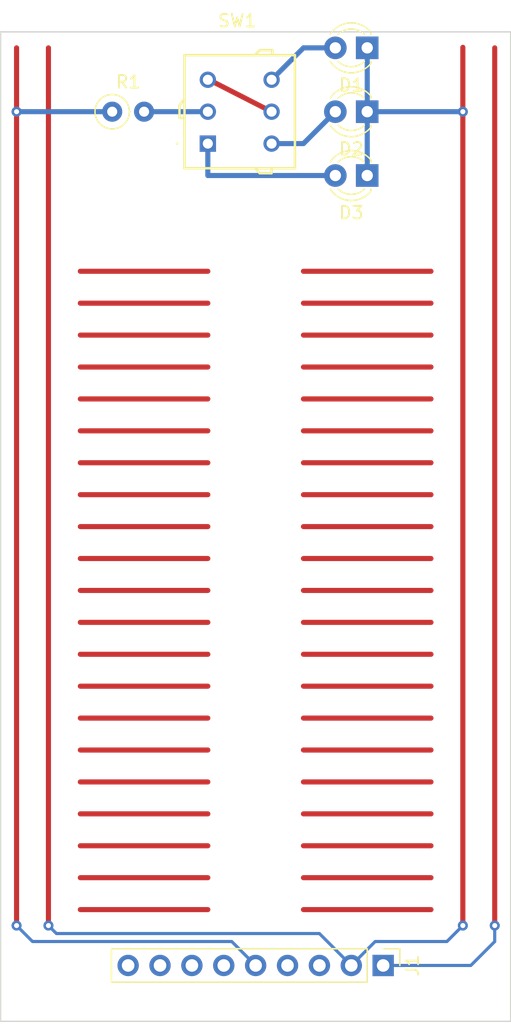
<source format=kicad_pcb>
(kicad_pcb (version 20221018) (generator pcbnew)
  (title_block (title "Eurorack ProtoModule") (date "2021-10-06") (rev "1.0") (company "Len Popp") (comment 1 "Copyright © 2023 Len Popp CC BY") (comment 2 "Layout design for my custom Eurorack breadboard prototyping module"))
  (layers (0 "F.Cu" signal) (1 "In1.Cu" jumper "Wire1.Cu") (2 "In2.Cu" jumper "Wire2.Cu") (3 "In3.Cu" jumper "Wire3.Cu") (4 "In4.Cu" jumper "Wire4.Cu") (31 "B.Cu" signal) (34 "B.Paste" user) (35 "F.Paste" user) (36 "B.SilkS" user "B.Silkscreen") (37 "F.SilkS" user "F.Silkscreen") (38 "B.Mask" user) (39 "F.Mask" user) (44 "Edge.Cuts" user))
  (net 0 "")
  (net 1 "+12V")
  (net 2 "GND")
  (net 3 "-12V")
  (net 4 "+5V")
  (net 5 "Net-(D1-A)")
  (net 6 "Net-(D2-A)")
  (net 7 "Net-(D3-A)")
  (net 9 "Net-(R1-Pad2)")
  (footprint "Connector_PinHeader_2.54mm:PinHeader_1x09_P2.54mm_Vertical" (layer "F.Cu") (at 113.03 98.425 -90)
    (fp_text reference "J1" (at 0 -2.33 90) (layer "F.SilkS"))
    (fp_text value "Conn_01x09")
    (fp_line (start -1.33 -1.33) (end 0 -1.33) (stroke (width 0.12)) (layer "F.SilkS"))
    (fp_line (start -1.33 0) (end -1.33 -1.33) (stroke (width 0.12)) (layer "F.SilkS"))
    (fp_line (start -1.33 1.27) (end -1.33 21.65) (stroke (width 0.12)) (layer "F.SilkS"))
    (fp_line (start -1.33 1.27) (end 1.33 1.27) (stroke (width 0.12)) (layer "F.SilkS"))
    (fp_line (start -1.33 21.65) (end 1.33 21.65) (stroke (width 0.12)) (layer "F.SilkS"))
    (fp_line (start 1.33 1.27) (end 1.33 21.65) (stroke (width 0.12)) (layer "F.SilkS"))
    (pad "1" thru_hole rect (at 0 0 270) (size 1.7 1.7) (drill 1) (layers "*.Cu" "*.Mask") (net 3 "-12V"))
    (pad "2" thru_hole oval (at 0 2.54 270) (size 1.7 1.7) (drill 1) (layers "*.Cu" "*.Mask") (net 2 "GND"))
    (pad "3" thru_hole oval (at 0 5.08 270) (size 1.7 1.7) (drill 1) (layers "*.Cu" "*.Mask"))
    (pad "4" thru_hole oval (at 0 7.62 270) (size 1.7 1.7) (drill 1) (layers "*.Cu" "*.Mask"))
    (pad "5" thru_hole oval (at 0 10.16 270) (size 1.7 1.7) (drill 1) (layers "*.Cu" "*.Mask") (net 1 "+12V"))
    (pad "6" thru_hole oval (at 0 12.7 270) (size 1.7 1.7) (drill 1) (layers "*.Cu" "*.Mask"))
    (pad "7" thru_hole oval (at 0 15.24 270) (size 1.7 1.7) (drill 1) (layers "*.Cu" "*.Mask") (net 4 "+5V"))
    (pad "8" thru_hole oval (at 0 17.78 270) (size 1.7 1.7) (drill 1) (layers "*.Cu" "*.Mask"))
    (pad "9" thru_hole oval (at 0 20.32 270) (size 1.7 1.7) (drill 1) (layers "*.Cu" "*.Mask"))
  )
  (footprint "LED_THT:LED_D3.0mm_Clear" (layer "F.Cu") (at 111.76 35.56 180)
    (fp_text reference "D3" (at 1.27 -2.96) (layer "F.SilkS"))
    (fp_text value "LED")
    (fp_line (start -0.29 -1.236) (end -0.29 -1.08) (stroke (width 0.12)) (layer "F.SilkS"))
    (fp_line (start -0.29 1.08) (end -0.29 1.236) (stroke (width 0.12)) (layer "F.SilkS"))
    (fp_arc (start -0.29 -1.235516) (mid 1.366487 -1.987659) (end 2.942335 -1.078608) (stroke (width 0.12)) (layer "F.SilkS"))
    (fp_arc (start 0.229039 -1.08) (mid 1.270117 -1.5) (end 2.31113 -1.079837) (stroke (width 0.12)) (layer "F.SilkS"))
    (fp_arc (start 2.31113 1.079837) (mid 1.270117 1.5) (end 0.229039 1.08) (stroke (width 0.12)) (layer "F.SilkS"))
    (fp_arc (start 2.942335 1.078608) (mid 1.366487 1.987659) (end -0.29 1.235516) (stroke (width 0.12)) (layer "F.SilkS"))
    (pad "1" thru_hole rect (at 0 0 180) (size 1.8 1.8) (drill 0.9) (layers "*.Cu" "*.Mask") (net 2 "GND"))
    (pad "2" thru_hole circle (at 2.54 0 180) (size 1.8 1.8) (drill 0.9) (layers "*.Cu" "*.Mask") (net 7 "Net-(D3-A)"))
  )
  (footprint "LED_THT:LED_D3.0mm_Clear" (layer "F.Cu") (at 111.76 25.4 180)
    (fp_text reference "D1" (at 1.27 -2.96) (layer "F.SilkS"))
    (fp_text value "LED")
    (fp_line (start -0.29 -1.236) (end -0.29 -1.08) (stroke (width 0.12)) (layer "F.SilkS"))
    (fp_line (start -0.29 1.08) (end -0.29 1.236) (stroke (width 0.12)) (layer "F.SilkS"))
    (fp_arc (start -0.29 -1.235516) (mid 1.366487 -1.987659) (end 2.942335 -1.078608) (stroke (width 0.12)) (layer "F.SilkS"))
    (fp_arc (start 0.229039 -1.08) (mid 1.270117 -1.5) (end 2.31113 -1.079837) (stroke (width 0.12)) (layer "F.SilkS"))
    (fp_arc (start 2.31113 1.079837) (mid 1.270117 1.5) (end 0.229039 1.08) (stroke (width 0.12)) (layer "F.SilkS"))
    (fp_arc (start 2.942335 1.078608) (mid 1.366487 1.987659) (end -0.29 1.235516) (stroke (width 0.12)) (layer "F.SilkS"))
    (pad "1" thru_hole rect (at 0 0 180) (size 1.8 1.8) (drill 0.9) (layers "*.Cu" "*.Mask") (net 2 "GND"))
    (pad "2" thru_hole circle (at 2.54 0 180) (size 1.8 1.8) (drill 0.9) (layers "*.Cu" "*.Mask") (net 5 "Net-(D1-A)"))
  )
  (footprint "-lmp-stripboard:SB_Gen_1" (layer "F.Cu") (at 91.44 30.48)
    (fp_text reference "R1" (at 1.27 -2.37) (layer "F.SilkS"))
    (fp_text value "10K")
    (fp_line (start 1.37 0) (end 1.44 0) (stroke (width 0.12)) (layer "F.SilkS"))
    (fp_circle (center 0 0) (end 1.37 0) (stroke (width 0.12)) (fill none) (layer "F.SilkS"))
    (pad "1" thru_hole circle (at 0 0) (size 1.6 1.6) (drill 0.8) (layers "*.Cu" "*.Mask") (net 1 "+12V"))
    (pad "2" thru_hole oval (at 2.54 0) (size 1.6 1.6) (drill 0.8) (layers "*.Cu" "*.Mask") (net 9 "Net-(R1-Pad2)"))
  )
  (footprint "-lmp-misc:SW_SP3T_A24JP" (layer "F.Cu") (at 99.06 33.02 180)
    (fp_text reference "SW1" (at -2.34 9.779) (layer "F.SilkS"))
    (fp_text value "SP3T" hide)
    (fp_line (start -6.94 -1.96) (end 1.86 -1.96) (stroke (width 0.2)) (layer "F.SilkS"))
    (fp_line (start -6.94 7.04) (end -6.94 -1.96) (stroke (width 0.2)) (layer "F.SilkS"))
    (fp_line (start -5.14 7.04) (end -5.14 7.44) (stroke (width 0.2)) (layer "F.SilkS"))
    (fp_line (start -5.14 7.44) (end -4.14 7.44) (stroke (width 0.2)) (layer "F.SilkS"))
    (fp_line (start -5.08 -2.36) (end -4.14 -2.36) (stroke (width 0.2)) (layer "F.SilkS"))
    (fp_line (start -5.08 -1.96) (end -5.08 -2.36) (stroke (width 0.2)) (layer "F.SilkS"))
    (fp_line (start -4.14 -2.36) (end -3.74 -1.96) (stroke (width 0.2)) (layer "F.SilkS"))
    (fp_line (start -4.14 7.44) (end -3.74 7.04) (stroke (width 0.2)) (layer "F.SilkS"))
    (fp_line (start 1.86 -1.96) (end 1.86 7.04) (stroke (width 0.2)) (layer "F.SilkS"))
    (fp_line (start 1.86 2.04) (end 2.26 2.04) (stroke (width 0.2)) (layer "F.SilkS"))
    (fp_line (start 1.86 7.04) (end -6.94 7.04) (stroke (width 0.2)) (layer "F.SilkS"))
    (fp_line (start 2.26 2.04) (end 2.26 3.04) (stroke (width 0.2)) (layer "F.SilkS"))
    (fp_line (start 2.26 3.04) (end 1.86 3.54) (stroke (width 0.2)) (layer "F.SilkS"))
    (fp_line (start 2.4 0) (end 2.4 0) (stroke (width 0.1)) (layer "F.SilkS"))
    (fp_line (start 2.5 0) (end 2.5 0) (stroke (width 0.1)) (layer "F.SilkS"))
    (fp_arc (start 2.4 0) (mid 2.45 -0.05) (end 2.5 0) (stroke (width 0.1)) (layer "F.SilkS"))
    (fp_arc (start 2.5 0) (mid 2.45 0.05) (end 2.4 0) (stroke (width 0.1)) (layer "F.SilkS"))
    (pad "1" thru_hole rect (at 0 0 180) (size 1.3 1.3) (drill 0.8) (layers "*.Cu" "*.Mask") (net 7 "Net-(D3-A)"))
    (pad "2" thru_hole circle (at 0 2.54 180) (size 1.3 1.3) (drill 0.8) (layers "*.Cu" "*.Mask") (net 9 "Net-(R1-Pad2)"))
    (pad "3" thru_hole circle (at -5.08 2.54 180) (size 1.3 1.3) (drill 0.8) (property pad_prop_heatsink) (layers "*.Cu" "*.Mask"))
    (pad "3" smd custom (at -2.1082 3.8354 153) (size 4.572 0.4064) (drill (offset -0.4064 0.19525)) (property pad_prop_heatsink) (layers "F.Cu") (options (clearance outline) (anchor rect)) (primitives))
    (pad "3" thru_hole circle (at 0 5.08 180) (size 1.3 1.3) (drill 0.8) (property pad_prop_heatsink) (layers "*.Cu" "*.Mask"))
    (pad "4" thru_hole circle (at -5.08 0 180) (size 1.3 1.3) (drill 0.8) (layers "*.Cu" "*.Mask") (net 6 "Net-(D2-A)"))
    (pad "6" thru_hole circle (at -5.08 5.08 180) (size 1.3 1.3) (drill 0.8) (layers "*.Cu" "*.Mask") (net 5 "Net-(D1-A)"))
  )
  (footprint "LED_THT:LED_D3.0mm_Clear" (layer "F.Cu") (at 111.76 30.48 180)
    (fp_text reference "D2" (at 1.27 -2.96) (layer "F.SilkS"))
    (fp_text value "LED")
    (fp_line (start -0.29 -1.236) (end -0.29 -1.08) (stroke (width 0.12)) (layer "F.SilkS"))
    (fp_line (start -0.29 1.08) (end -0.29 1.236) (stroke (width 0.12)) (layer "F.SilkS"))
    (fp_arc (start -0.29 -1.235516) (mid 1.366487 -1.987659) (end 2.942335 -1.078608) (stroke (width 0.12)) (layer "F.SilkS"))
    (fp_arc (start 0.229039 -1.08) (mid 1.270117 -1.5) (end 2.31113 -1.079837) (stroke (width 0.12)) (layer "F.SilkS"))
    (fp_arc (start 2.31113 1.079837) (mid 1.270117 1.5) (end 0.229039 1.08) (stroke (width 0.12)) (layer "F.SilkS"))
    (fp_arc (start 2.942335 1.078608) (mid 1.366487 1.987659) (end -0.29 1.235516) (stroke (width 0.12)) (layer "F.SilkS"))
    (pad "1" thru_hole rect (at 0 0 180) (size 1.8 1.8) (drill 0.9) (layers "*.Cu" "*.Mask") (net 2 "GND"))
    (pad "2" thru_hole circle (at 2.54 0 180) (size 1.8 1.8) (drill 0.9) (layers "*.Cu" "*.Mask") (net 6 "Net-(D2-A)"))
  )
  (gr_line (start 123.19 102.87) (end 82.55 102.87) (stroke (width 0.1)) (layer "Edge.Cuts"))
  (gr_line (start 123.19 24.13) (end 123.19 102.87) (stroke (width 0.1)) (layer "Edge.Cuts"))
  (gr_line (start 82.55 102.87) (end 82.55 24.13) (stroke (width 0.1)) (layer "Edge.Cuts"))
  (gr_line (start 82.55 24.13) (end 123.19 24.13) (stroke (width 0.1)) (layer "Edge.Cuts"))
  (segment (start 99.06 78.74) (end 88.9 78.74) (width 0.4064) (layer "F.Cu") (net 0))
  (segment (start 99.06 58.42) (end 88.9 58.42) (width 0.4064) (layer "F.Cu") (net 0))
  (segment (start 99.06 48.26) (end 88.9 48.26) (width 0.4064) (layer "F.Cu") (net 0))
  (segment (start 99.06 60.96) (end 88.9 60.96) (width 0.4064) (layer "F.Cu") (net 0))
  (segment (start 99.06 86.36) (end 88.9 86.36) (width 0.4064) (layer "F.Cu") (net 0))
  (segment (start 99.06 50.8) (end 88.9 50.8) (width 0.4064) (layer "F.Cu") (net 0))
  (segment (start 116.84 78.74) (end 106.68 78.74) (width 0.4064) (layer "F.Cu") (net 0))
  (segment (start 99.06 55.88) (end 88.9 55.88) (width 0.4064) (layer "F.Cu") (net 0))
  (segment (start 99.06 43.18) (end 88.9 43.18) (width 0.4064) (layer "F.Cu") (net 0))
  (segment (start 116.84 73.66) (end 106.68 73.66) (width 0.4064) (layer "F.Cu") (net 0))
  (segment (start 99.06 68.58) (end 88.9 68.58) (width 0.4064) (layer "F.Cu") (net 0))
  (segment (start 99.06 88.9) (end 88.9 88.9) (width 0.4064) (layer "F.Cu") (net 0))
  (segment (start 99.06 71.12) (end 88.9 71.12) (width 0.4064) (layer "F.Cu") (net 0))
  (segment (start 99.06 45.72) (end 88.9 45.72) (width 0.4064) (layer "F.Cu") (net 0))
  (segment (start 99.06 63.5) (end 88.9 63.5) (width 0.4064) (layer "F.Cu") (net 0))
  (segment (start 99.06 91.44) (end 88.9 91.44) (width 0.4064) (layer "F.Cu") (net 0))
  (segment (start 99.06 83.82) (end 88.9 83.82) (width 0.4064) (layer "F.Cu") (net 0))
  (segment (start 116.84 66.04) (end 106.68 66.04) (width 0.4064) (layer "F.Cu") (net 0))
  (segment (start 99.06 73.66) (end 88.9 73.66) (width 0.4064) (layer "F.Cu") (net 0))
  (segment (start 99.06 93.98) (end 88.9 93.98) (width 0.4064) (layer "F.Cu") (net 0))
  (segment (start 99.06 76.2) (end 88.9 76.2) (width 0.4064) (layer "F.Cu") (net 0))
  (segment (start 116.84 81.28) (end 106.68 81.28) (width 0.4064) (layer "F.Cu") (net 0))
  (segment (start 99.06 81.28) (end 88.9 81.28) (width 0.4064) (layer "F.Cu") (net 0))
  (segment (start 99.06 53.34) (end 88.9 53.34) (width 0.4064) (layer "F.Cu") (net 0))
  (segment (start 116.84 48.26) (end 106.68 48.26) (width 0.4064) (layer "F.Cu") (net 0))
  (segment (start 116.84 88.9) (end 106.68 88.9) (width 0.4064) (layer "F.Cu") (net 0))
  (segment (start 116.84 93.98) (end 106.68 93.98) (width 0.4064) (layer "F.Cu") (net 0))
  (segment (start 99.06 66.04) (end 88.9 66.04) (width 0.4064) (layer "F.Cu") (net 0))
  (segment (start 116.84 50.8) (end 106.68 50.8) (width 0.4064) (layer "F.Cu") (net 0))
  (segment (start 116.84 43.18) (end 106.68 43.18) (width 0.4064) (layer "F.Cu") (net 0))
  (segment (start 116.84 86.36) (end 106.68 86.36) (width 0.4064) (layer "F.Cu") (net 0))
  (segment (start 116.84 76.2) (end 106.68 76.2) (width 0.4064) (layer "F.Cu") (net 0))
  (segment (start 116.84 60.96) (end 106.68 60.96) (width 0.4064) (layer "F.Cu") (net 0))
  (segment (start 116.84 53.34) (end 106.68 53.34) (width 0.4064) (layer "F.Cu") (net 0))
  (segment (start 116.84 68.58) (end 106.68 68.58) (width 0.4064) (layer "F.Cu") (net 0))
  (segment (start 116.84 58.42) (end 106.68 58.42) (width 0.4064) (layer "F.Cu") (net 0))
  (segment (start 116.84 83.82) (end 106.68 83.82) (width 0.4064) (layer "F.Cu") (net 0))
  (segment (start 116.84 71.12) (end 106.68 71.12) (width 0.4064) (layer "F.Cu") (net 0))
  (segment (start 116.84 91.44) (end 106.68 91.44) (width 0.4064) (layer "F.Cu") (net 0))
  (segment (start 116.84 55.88) (end 106.68 55.88) (width 0.4064) (layer "F.Cu") (net 0))
  (segment (start 116.84 45.72) (end 106.68 45.72) (width 0.4064) (layer "F.Cu") (net 0))
  (segment (start 116.84 63.5) (end 106.68 63.5) (width 0.4064) (layer "F.Cu") (net 0))
  (segment (start 83.82 95.25) (end 83.82 95.25) (width 0.4064) (layer "F.Cu") (net 1))
  (segment (start 83.82 30.48) (end 83.82 95.25) (width 0.4064) (layer "F.Cu") (net 1))
  (segment (start 83.82 25.4) (end 83.82 30.48) (width 0.4064) (layer "F.Cu") (net 1))
  (via (at 83.82 95.25) (size 0.8) (drill 0.4) (layers "F.Cu" "B.Cu") (net 1))
  (via (at 83.82 30.48) (size 0.8) (drill 0.4) (layers "F.Cu" "B.Cu") (net 1))
  (segment (start 102.87 98.425) (end 100.965 96.52) (width 0.25) (layer "B.Cu") (net 1))
  (segment (start 85.09 96.52) (end 84.219999 95.649999) (width 0.25) (layer "B.Cu") (net 1))
  (segment (start 100.965 96.52) (end 85.09 96.52) (width 0.25) (layer "B.Cu") (net 1))
  (segment (start 91.44 30.48) (end 83.82 30.48) (width 0.4064) (layer "B.Cu") (net 1))
  (segment (start 84.219999 95.649999) (end 83.82 95.25) (width 0.25) (layer "B.Cu") (net 1))
  (segment (start 86.36 25.4) (end 86.36 95.25) (width 0.4064) (layer "F.Cu") (net 2))
  (segment (start 119.38 95.25) (end 119.38 95.25) (width 0.4064) (layer "F.Cu") (net 2))
  (segment (start 86.36 95.25) (end 86.36 95.25) (width 0.4064) (layer "F.Cu") (net 2))
  (segment (start 119.38 30.48) (end 119.38 95.25) (width 0.4064) (layer "F.Cu") (net 2))
  (segment (start 119.38 25.36) (end 119.38 30.48) (width 0.4064) (layer "F.Cu") (net 2))
  (via (at 119.38 30.48) (size 0.8) (drill 0.4) (layers "F.Cu" "B.Cu") (net 2))
  (via (at 119.38 95.25) (size 0.8) (drill 0.4) (layers "F.Cu" "B.Cu") (net 2))
  (via (at 86.36 95.25) (size 0.8) (drill 0.4) (layers "F.Cu" "B.Cu") (net 2))
  (segment (start 86.36 95.25) (end 86.995 95.885) (width 0.25) (layer "B.Cu") (net 2))
  (segment (start 107.95 95.885) (end 110.49 98.425) (width 0.25) (layer "B.Cu") (net 2))
  (segment (start 111.76 35.56) (end 111.76 30.48) (width 0.4064) (layer "B.Cu") (net 2))
  (segment (start 111.76 30.48) (end 119.38 30.48) (width 0.4064) (layer "B.Cu") (net 2))
  (segment (start 112.395 96.52) (end 110.49 98.425) (width 0.25) (layer "B.Cu") (net 2))
  (segment (start 119.38 95.25) (end 118.11 96.52) (width 0.25) (layer "B.Cu") (net 2))
  (segment (start 111.76 30.48) (end 111.76 25.4) (width 0.4064) (layer "B.Cu") (net 2))
  (segment (start 118.11 96.52) (end 112.395 96.52) (width 0.25) (layer "B.Cu") (net 2))
  (segment (start 86.995 95.885) (end 107.95 95.885) (width 0.25) (layer "B.Cu") (net 2))
  (segment (start 121.92 25.4) (end 121.92 95.25) (width 0.4064) (layer "F.Cu") (net 3))
  (segment (start 121.92 95.25) (end 121.92 95.25) (width 0.4064) (layer "F.Cu") (net 3))
  (via (at 121.92 95.25) (size 0.8) (drill 0.4) (layers "F.Cu" "B.Cu") (net 3))
  (segment (start 121.92 95.25) (end 121.92 96.52) (width 0.25) (layer "B.Cu") (net 3))
  (segment (start 120.015 98.425) (end 113.03 98.425) (width 0.25) (layer "B.Cu") (net 3))
  (segment (start 121.92 96.52) (end 120.015 98.425) (width 0.25) (layer "B.Cu") (net 3))
  (segment (start 106.68 25.4) (end 104.14 27.94) (width 0.4064) (layer "B.Cu") (net 5))
  (segment (start 109.22 25.4) (end 106.68 25.4) (width 0.4064) (layer "B.Cu") (net 5))
  (segment (start 109.22 30.48) (end 106.68 33.02) (width 0.4064) (layer "B.Cu") (net 6))
  (segment (start 106.68 33.02) (end 104.14 33.02) (width 0.4064) (layer "B.Cu") (net 6))
  (segment (start 99.06 35.56) (end 99.06 33.02) (width 0.4064) (layer "B.Cu") (net 7))
  (segment (start 109.22 35.56) (end 99.06 35.56) (width 0.4064) (layer "B.Cu") (net 7))
  (segment (start 93.98 30.48) (end 99.06 30.48) (width 0.4064) (layer "B.Cu") (net 9))
)
</source>
